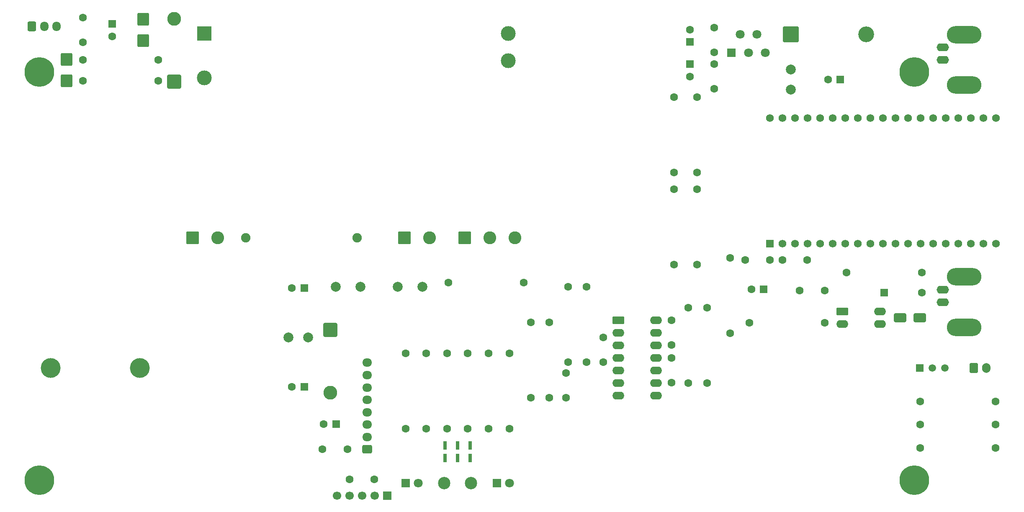
<source format=gbr>
%TF.GenerationSoftware,KiCad,Pcbnew,9.0.4*%
%TF.CreationDate,2025-10-02T22:54:08+02:00*%
%TF.ProjectId,OpenSpritzer2,4f70656e-5370-4726-9974-7a6572322e6b,rev?*%
%TF.SameCoordinates,Original*%
%TF.FileFunction,Soldermask,Top*%
%TF.FilePolarity,Negative*%
%FSLAX46Y46*%
G04 Gerber Fmt 4.6, Leading zero omitted, Abs format (unit mm)*
G04 Created by KiCad (PCBNEW 9.0.4) date 2025-10-02 22:54:08*
%MOMM*%
%LPD*%
G01*
G04 APERTURE LIST*
G04 Aperture macros list*
%AMRoundRect*
0 Rectangle with rounded corners*
0 $1 Rounding radius*
0 $2 $3 $4 $5 $6 $7 $8 $9 X,Y pos of 4 corners*
0 Add a 4 corners polygon primitive as box body*
4,1,4,$2,$3,$4,$5,$6,$7,$8,$9,$2,$3,0*
0 Add four circle primitives for the rounded corners*
1,1,$1+$1,$2,$3*
1,1,$1+$1,$4,$5*
1,1,$1+$1,$6,$7*
1,1,$1+$1,$8,$9*
0 Add four rect primitives between the rounded corners*
20,1,$1+$1,$2,$3,$4,$5,0*
20,1,$1+$1,$4,$5,$6,$7,0*
20,1,$1+$1,$6,$7,$8,$9,0*
20,1,$1+$1,$8,$9,$2,$3,0*%
G04 Aperture macros list end*
%ADD10C,6.000000*%
%ADD11R,0.750000X1.750000*%
%ADD12C,2.500000*%
%ADD13O,1.700000X1.950000*%
%ADD14RoundRect,0.250000X-0.600000X-0.725000X0.600000X-0.725000X0.600000X0.725000X-0.600000X0.725000X0*%
%ADD15C,1.600000*%
%ADD16RoundRect,0.250000X-0.950000X-0.550000X0.950000X-0.550000X0.950000X0.550000X-0.950000X0.550000X0*%
%ADD17O,2.400000X1.600000*%
%ADD18C,2.000000*%
%ADD19C,2.800000*%
%ADD20RoundRect,0.250001X1.149999X-1.149999X1.149999X1.149999X-1.149999X1.149999X-1.149999X-1.149999X0*%
%ADD21RoundRect,0.250000X0.550000X0.550000X-0.550000X0.550000X-0.550000X-0.550000X0.550000X-0.550000X0*%
%ADD22RoundRect,0.250000X-0.550000X0.550000X-0.550000X-0.550000X0.550000X-0.550000X0.550000X0.550000X0*%
%ADD23C,2.600000*%
%ADD24RoundRect,0.250000X-1.050000X-1.050000X1.050000X-1.050000X1.050000X1.050000X-1.050000X1.050000X0*%
%ADD25RoundRect,0.258261X-0.929739X1.029739X-0.929739X-1.029739X0.929739X-1.029739X0.929739X1.029739X0*%
%ADD26C,4.000000*%
%ADD27C,3.000000*%
%ADD28R,3.000000X3.000000*%
%ADD29O,2.499360X1.600200*%
%ADD30O,7.000240X3.500120*%
%ADD31C,1.905000*%
%ADD32RoundRect,0.250000X0.725000X-0.600000X0.725000X0.600000X-0.725000X0.600000X-0.725000X-0.600000X0*%
%ADD33O,1.950000X1.700000*%
%ADD34RoundRect,0.250000X-0.600000X-0.750000X0.600000X-0.750000X0.600000X0.750000X-0.600000X0.750000X0*%
%ADD35O,1.700000X2.000000*%
%ADD36RoundRect,0.250000X-1.350000X-1.350000X1.350000X-1.350000X1.350000X1.350000X-1.350000X1.350000X0*%
%ADD37C,3.200000*%
%ADD38R,1.800000X1.800000*%
%ADD39C,1.800000*%
%ADD40RoundRect,0.250000X0.550000X-0.550000X0.550000X0.550000X-0.550000X0.550000X-0.550000X-0.550000X0*%
%ADD41RoundRect,0.250000X1.000000X0.650000X-1.000000X0.650000X-1.000000X-0.650000X1.000000X-0.650000X0*%
%ADD42R,1.560000X1.560000*%
%ADD43C,1.560000*%
%ADD44R,1.500000X1.500000*%
%ADD45C,1.500000*%
%ADD46RoundRect,0.250001X-1.149999X1.149999X-1.149999X-1.149999X1.149999X-1.149999X1.149999X1.149999X0*%
%ADD47RoundRect,0.250000X-0.550000X-0.550000X0.550000X-0.550000X0.550000X0.550000X-0.550000X0.550000X0*%
%ADD48R,1.700000X1.700000*%
%ADD49C,1.700000*%
G04 APERTURE END LIST*
D10*
%TO.C,H2*%
X232000000Y-144990000D03*
%TD*%
%TO.C,H3*%
X54980000Y-145000000D03*
%TD*%
D11*
%TO.C,SW3*%
X137020000Y-137980000D03*
X139560000Y-137980000D03*
X142100000Y-137980000D03*
X137020000Y-140520000D03*
X139560000Y-140520000D03*
X142100000Y-140520000D03*
D12*
X136860000Y-145600000D03*
X142260000Y-145600000D03*
%TD*%
D13*
%TO.C,J3*%
X58500000Y-53230000D03*
X56000000Y-53230000D03*
D14*
X53500000Y-53230000D03*
%TD*%
D15*
%TO.C,R15*%
X158150000Y-128340000D03*
X158150000Y-113100000D03*
%TD*%
D16*
%TO.C,U2*%
X172130000Y-112665000D03*
D17*
X172130000Y-115205000D03*
X172130000Y-117745000D03*
X172130000Y-120285000D03*
X172130000Y-122825000D03*
X172130000Y-125365000D03*
X172130000Y-127905000D03*
X179750000Y-127905000D03*
X179750000Y-125365000D03*
X179750000Y-122825000D03*
X179750000Y-120285000D03*
X179750000Y-117745000D03*
X179750000Y-115205000D03*
X179750000Y-112665000D03*
%TD*%
D15*
%TO.C,R8*%
X188020000Y-82780000D03*
X188020000Y-67540000D03*
%TD*%
%TO.C,C6*%
X191480000Y-53530000D03*
X191480000Y-58530000D03*
%TD*%
D18*
%TO.C,L1*%
X207000000Y-66000000D03*
X207000000Y-62000000D03*
%TD*%
D19*
%TO.C,FB1*%
X82300000Y-51760000D03*
D20*
X82300000Y-64460000D03*
%TD*%
D15*
%TO.C,R2*%
X63830000Y-64220000D03*
X79070000Y-64220000D03*
%TD*%
%TO.C,C8*%
X106070000Y-106130000D03*
D21*
X108570000Y-106130000D03*
%TD*%
D15*
%TO.C,C4*%
X186610000Y-63400000D03*
D22*
X186610000Y-60900000D03*
%TD*%
D15*
%TO.C,C10*%
X182840000Y-117665000D03*
X182840000Y-112665000D03*
%TD*%
%TO.C,C18*%
X169050000Y-116180000D03*
X169050000Y-121180000D03*
%TD*%
%TO.C,R13*%
X165650000Y-121180000D03*
X165650000Y-105940000D03*
%TD*%
%TO.C,R14*%
X161910000Y-105940000D03*
X161910000Y-121180000D03*
%TD*%
%TO.C,C19*%
X161540000Y-123340000D03*
X161540000Y-128340000D03*
%TD*%
%TO.C,R16*%
X154400000Y-113100000D03*
X154400000Y-128340000D03*
%TD*%
%TO.C,R23*%
X141660000Y-134600000D03*
X141660000Y-119360000D03*
%TD*%
%TO.C,R25*%
X145860000Y-119370000D03*
X145860000Y-134610000D03*
%TD*%
D23*
%TO.C,SW1*%
X151190000Y-96000000D03*
X146110000Y-96000000D03*
D24*
X141030000Y-96000000D03*
%TD*%
D25*
%TO.C,D1*%
X75990000Y-56100000D03*
X75990000Y-51800000D03*
%TD*%
D23*
%TO.C,J1*%
X133930000Y-96000000D03*
D24*
X128850000Y-96000000D03*
%TD*%
D26*
%TO.C,REF\u002A\u002A*%
X75310000Y-122290000D03*
%TD*%
%TO.C,REF\u002A\u002A*%
X57310000Y-122290000D03*
%TD*%
D27*
%TO.C,PS1*%
X149832500Y-60180000D03*
X149832500Y-54680000D03*
D28*
X88332500Y-54680000D03*
D27*
X88332500Y-63680000D03*
%TD*%
D29*
%TO.C,J5*%
X237748740Y-109000000D03*
D30*
X242013400Y-103902220D03*
D29*
X237748740Y-106500640D03*
D30*
X242013400Y-114100320D03*
%TD*%
D29*
%TO.C,J4*%
X237748740Y-60000000D03*
D30*
X242013400Y-54902220D03*
D29*
X237748740Y-57500640D03*
D30*
X242013400Y-65100320D03*
%TD*%
D15*
%TO.C,C5*%
X191500000Y-60900000D03*
X191500000Y-65900000D03*
%TD*%
%TO.C,R5*%
X218250000Y-103000000D03*
X233490000Y-103000000D03*
%TD*%
%TO.C,C20*%
X182850000Y-125330000D03*
X182850000Y-120330000D03*
%TD*%
%TO.C,R1*%
X137751478Y-105050000D03*
X152991478Y-105050000D03*
%TD*%
%TO.C,R21*%
X129060000Y-134600000D03*
X129060000Y-119360000D03*
%TD*%
D18*
%TO.C,RV1*%
X119941478Y-105940000D03*
X114941478Y-105940000D03*
%TD*%
D15*
%TO.C,R6*%
X198590000Y-113200000D03*
X213830000Y-113200000D03*
%TD*%
D21*
%TO.C,C12*%
X201490000Y-106420000D03*
D15*
X198990000Y-106420000D03*
%TD*%
%TO.C,R17*%
X186260000Y-125340000D03*
X186260000Y-110100000D03*
%TD*%
%TO.C,R11*%
X233150000Y-129080000D03*
X248390000Y-129080000D03*
%TD*%
%TO.C,C11*%
X213800000Y-106650000D03*
X208800000Y-106650000D03*
%TD*%
%TO.C,R9*%
X183320000Y-67540000D03*
X183320000Y-82780000D03*
%TD*%
D31*
%TO.C,F1*%
X96770000Y-96000000D03*
X119270000Y-96000000D03*
%TD*%
D15*
%TO.C,R3*%
X183320000Y-86200000D03*
X183320000Y-101440000D03*
%TD*%
%TO.C,C2*%
X63840000Y-51500000D03*
X63840000Y-56500000D03*
%TD*%
D32*
%TO.C,U5*%
X121260000Y-138770000D03*
D33*
X121260000Y-136270000D03*
X121260000Y-133770000D03*
X121260000Y-131270000D03*
X121260000Y-128770000D03*
X121260000Y-126270000D03*
X121260000Y-123770000D03*
X121260000Y-121270000D03*
%TD*%
D21*
%TO.C,C7*%
X217002380Y-64000000D03*
D15*
X214502380Y-64000000D03*
%TD*%
D34*
%TO.C,D6*%
X244000000Y-122340000D03*
D35*
X246500000Y-122340000D03*
%TD*%
D25*
%TO.C,D2*%
X60470000Y-59940000D03*
X60470000Y-64240000D03*
%TD*%
D36*
%TO.C,D3*%
X207000000Y-54840000D03*
D37*
X222240000Y-54840000D03*
%TD*%
D38*
%TO.C,D8*%
X129050000Y-145600000D03*
D39*
X131590000Y-145600000D03*
%TD*%
D15*
%TO.C,R18*%
X190010000Y-125340000D03*
X190010000Y-110100000D03*
%TD*%
%TO.C,C13*%
X202740000Y-100500000D03*
X197740000Y-100500000D03*
%TD*%
D16*
%TO.C,U3*%
X217410000Y-110930000D03*
D17*
X217410000Y-113470000D03*
X225030000Y-113470000D03*
X225030000Y-110930000D03*
%TD*%
D40*
%TO.C,C3*%
X186610000Y-56410000D03*
D15*
X186610000Y-53910000D03*
%TD*%
D22*
%TO.C,C1*%
X69740000Y-52737621D03*
D15*
X69740000Y-55237621D03*
%TD*%
D23*
%TO.C,J2*%
X91090000Y-96000000D03*
D24*
X86010000Y-96000000D03*
%TD*%
D41*
%TO.C,D4*%
X229040000Y-112190000D03*
X233040000Y-112190000D03*
%TD*%
D38*
%TO.C,U1*%
X195000000Y-58550000D03*
D39*
X196700000Y-54850000D03*
X198400000Y-58550000D03*
X200100000Y-54850000D03*
X201800000Y-58550000D03*
%TD*%
D15*
%TO.C,R24*%
X133260000Y-119360000D03*
X133260000Y-134600000D03*
%TD*%
%TO.C,R7*%
X194730000Y-115270000D03*
X194730000Y-100030000D03*
%TD*%
%TO.C,R20*%
X150060000Y-134610000D03*
X150060000Y-119370000D03*
%TD*%
D42*
%TO.C,U4*%
X202740000Y-97200000D03*
D43*
X205280000Y-97200000D03*
X207820000Y-97200000D03*
X210360000Y-97200000D03*
X212900000Y-97200000D03*
X215440000Y-97200000D03*
X217980000Y-97200000D03*
X220520000Y-97200000D03*
X223060000Y-97200000D03*
X225600000Y-97200000D03*
X228140000Y-97200000D03*
X230680000Y-97200000D03*
X233220000Y-97200000D03*
X235760000Y-97200000D03*
X238300000Y-97200000D03*
X240840000Y-97200000D03*
X243380000Y-97200000D03*
X245920000Y-97200000D03*
X248460000Y-97200000D03*
X202740000Y-71800000D03*
X205280000Y-71800000D03*
X207820000Y-71800000D03*
X210360000Y-71800000D03*
X212900000Y-71800000D03*
X215440000Y-71800000D03*
X217980000Y-71800000D03*
X220520000Y-71800000D03*
X223060000Y-71800000D03*
X225600000Y-71800000D03*
X228140000Y-71800000D03*
X230680000Y-71800000D03*
X233220000Y-71800000D03*
X235760000Y-71800000D03*
X238300000Y-71800000D03*
X240840000Y-71800000D03*
X243380000Y-71800000D03*
X245920000Y-71800000D03*
X248460000Y-71800000D03*
%TD*%
D44*
%TO.C,Q1*%
X233090000Y-122340000D03*
D45*
X235630000Y-122340000D03*
X238170000Y-122340000D03*
%TD*%
D39*
%TO.C,D7*%
X150080000Y-145600000D03*
D38*
X147540000Y-145600000D03*
%TD*%
D15*
%TO.C,R10*%
X248390000Y-133780000D03*
X233150000Y-133780000D03*
%TD*%
D18*
%TO.C,L2*%
X105387620Y-116130000D03*
X109387620Y-116130000D03*
%TD*%
D19*
%TO.C,FB2*%
X113830000Y-127360000D03*
D46*
X113830000Y-114660000D03*
%TD*%
D15*
%TO.C,R4*%
X188020000Y-101440000D03*
X188020000Y-86200000D03*
%TD*%
%TO.C,C15*%
X112280000Y-138730000D03*
X117280000Y-138730000D03*
%TD*%
D18*
%TO.C,TH1*%
X127451478Y-105940000D03*
X132451478Y-105940000D03*
%TD*%
D15*
%TO.C,C9*%
X106070000Y-126130000D03*
D21*
X108570000Y-126130000D03*
%TD*%
D10*
%TO.C,H4*%
X55000000Y-62500000D03*
%TD*%
D15*
%TO.C,R22*%
X137460000Y-119360000D03*
X137460000Y-134600000D03*
%TD*%
D47*
%TO.C,D5*%
X225870000Y-107100000D03*
D15*
X233490000Y-107100000D03*
%TD*%
%TO.C,C14*%
X205280000Y-100500000D03*
X210280000Y-100500000D03*
%TD*%
D10*
%TO.C,H1*%
X232000000Y-62500000D03*
%TD*%
D21*
%TO.C,C16*%
X115000000Y-133640000D03*
D15*
X112500000Y-133640000D03*
%TD*%
%TO.C,C17*%
X122750000Y-144830000D03*
X117750000Y-144830000D03*
%TD*%
D48*
%TO.C,SW2*%
X125360000Y-148140000D03*
D49*
X122820000Y-148140000D03*
X120280000Y-148140000D03*
X117740000Y-148140000D03*
X115200000Y-148140000D03*
%TD*%
D15*
%TO.C,R12*%
X248390000Y-138480000D03*
X233150000Y-138480000D03*
%TD*%
%TO.C,R19*%
X79070000Y-60020000D03*
X63830000Y-60020000D03*
%TD*%
M02*

</source>
